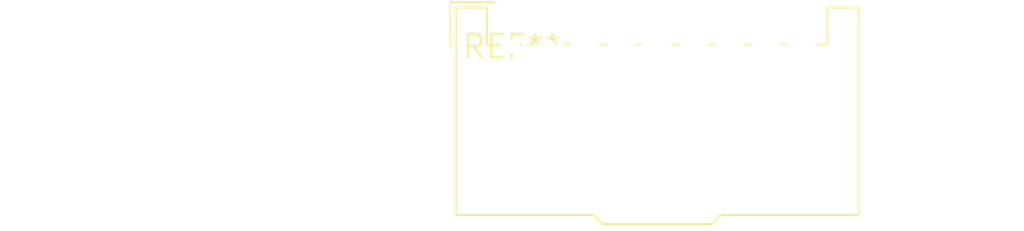
<source format=kicad_pcb>
(kicad_pcb (version 20240108) (generator pcbnew)
  (layers (0 "F.Cu" signal) (31 "B.Cu" signal) (34 "B.Paste" user) (35 "F.Paste" user) (36 "B.SilkS" user "B.Silkscreen") (37 "F.SilkS" user "F.Silkscreen") (38 "B.Mask" user) (39 "F.Mask" user) (44 "Edge.Cuts" user))
  (net 0 "")
  (footprint "Molex_MicroClasp_55935-0910_1x09_P2.00mm_Horizontal" (layer "F.Cu") (at 0 0)
    (property "Reference" "REF**")
    (property "Value" "Molex_MicroClasp_55935-0910_1x09_P2.00mm_Horizontal")
    (fp_line (start -3.41 -2.46) (end -1 -2.46) (layer "F.SilkS") (stroke (width 0.12)))
    (fp_line (start -3.41 -0.05) (end -3.41 -2.46) (layer "F.SilkS") (stroke (width 0.12)))
    (fp_line (start -3.11 -2.16) (end -1.39 -2.16) (layer "F.SilkS") (stroke (width 0.12)))
    (fp_line (start -3.11 9.31) (end -3.11 -2.16) (layer "F.SilkS") (stroke (width 0.12)))
    (fp_line (start -1.39 -2.16) (end -1.39 -0.11) (layer "F.SilkS") (stroke (width 0.12)))
    (fp_line (start -1.39 -0.11) (end -0.86 -0.11) (layer "F.SilkS") (stroke (width 0.12)))
    (fp_line (start 0.86 -0.11) (end 1.14 -0.11) (layer "F.SilkS") (stroke (width 0.12)))
    (fp_line (start 2.86 -0.11) (end 3.14 -0.11) (layer "F.SilkS") (stroke (width 0.12)))
    (fp_line (start 4.5 9.31) (end -3.11 9.31) (layer "F.SilkS") (stroke (width 0.12)))
    (fp_line (start 4.86 -0.11) (end 5.14 -0.11) (layer "F.SilkS") (stroke (width 0.12)))
    (fp_line (start 5 9.81) (end 4.5 9.31) (layer "F.SilkS") (stroke (width 0.12)))
    (fp_line (start 6.86 -0.11) (end 7.14 -0.11) (layer "F.SilkS") (stroke (width 0.12)))
    (fp_line (start 8 9.81) (end 5 9.81) (layer "F.SilkS") (stroke (width 0.12)))
    (fp_line (start 8 9.81) (end 11 9.81) (layer "F.SilkS") (stroke (width 0.12)))
    (fp_line (start 8.86 -0.11) (end 9.14 -0.11) (layer "F.SilkS") (stroke (width 0.12)))
    (fp_line (start 10.86 -0.11) (end 11.14 -0.11) (layer "F.SilkS") (stroke (width 0.12)))
    (fp_line (start 11 9.81) (end 11.5 9.31) (layer "F.SilkS") (stroke (width 0.12)))
    (fp_line (start 11.5 9.31) (end 19.11 9.31) (layer "F.SilkS") (stroke (width 0.12)))
    (fp_line (start 12.86 -0.11) (end 13.14 -0.11) (layer "F.SilkS") (stroke (width 0.12)))
    (fp_line (start 14.86 -0.11) (end 15.14 -0.11) (layer "F.SilkS") (stroke (width 0.12)))
    (fp_line (start 17.39 -2.16) (end 17.39 -0.11) (layer "F.SilkS") (stroke (width 0.12)))
    (fp_line (start 17.39 -0.11) (end 16.86 -0.11) (layer "F.SilkS") (stroke (width 0.12)))
    (fp_line (start 19.11 -2.16) (end 17.39 -2.16) (layer "F.SilkS") (stroke (width 0.12)))
    (fp_line (start 19.11 9.31) (end 19.11 -2.16) (layer "F.SilkS") (stroke (width 0.12)))
    (pad "" np_thru_hole circle (at -2 2.4) (size 1.2 1.2) (drill 1.2) (layers *.Cu *.Mask))
    (pad "" np_thru_hole circle (at 18 2.4) (size 1.2 1.2) (drill 1.2) (layers *.Cu *.Mask))
    (pad "1" thru_hole roundrect (at 0 0) (size 1.2 1.8) (drill 0.8) (layers *.Cu *.Mask) (remove_unused_layers) (roundrect_rratio 0.208333))
    (pad "2" thru_hole oval (at 2 0) (size 1.2 1.8) (drill 0.8) (layers *.Cu *.Mask) (remove_unused_layers))
    (pad "3" thru_hole oval (at 4 0) (size 1.2 1.8) (drill 0.8) (layers *.Cu *.Mask) (remove_unused_layers))
    (pad "4" thru_hole oval (at 6 0) (size 1.2 1.8) (drill 0.8) (layers *.Cu *.Mask) (remove_unused_layers))
    (pad "5" thru_hole oval (at 8 0) (size 1.2 1.8) (drill 0.8) (layers *.Cu *.Mask) (remove_unused_layers))
    (pad "6" thru_hole oval (at 10 0) (size 1.2 1.8) (drill 0.8) (layers *.Cu *.Mask) (remove_unused_layers))
    (pad "7" thru_hole oval (at 12 0) (size 1.2 1.8) (drill 0.8) (layers *.Cu *.Mask) (remove_unused_layers))
    (pad "8" thru_hole oval (at 14 0) (size 1.2 1.8) (drill 0.8) (layers *.Cu *.Mask) (remove_unused_layers))
    (pad "9" thru_hole oval (at 16 0) (size 1.2 1.8) (drill 0.8) (layers *.Cu *.Mask) (remove_unused_layers))
  )
)
</source>
